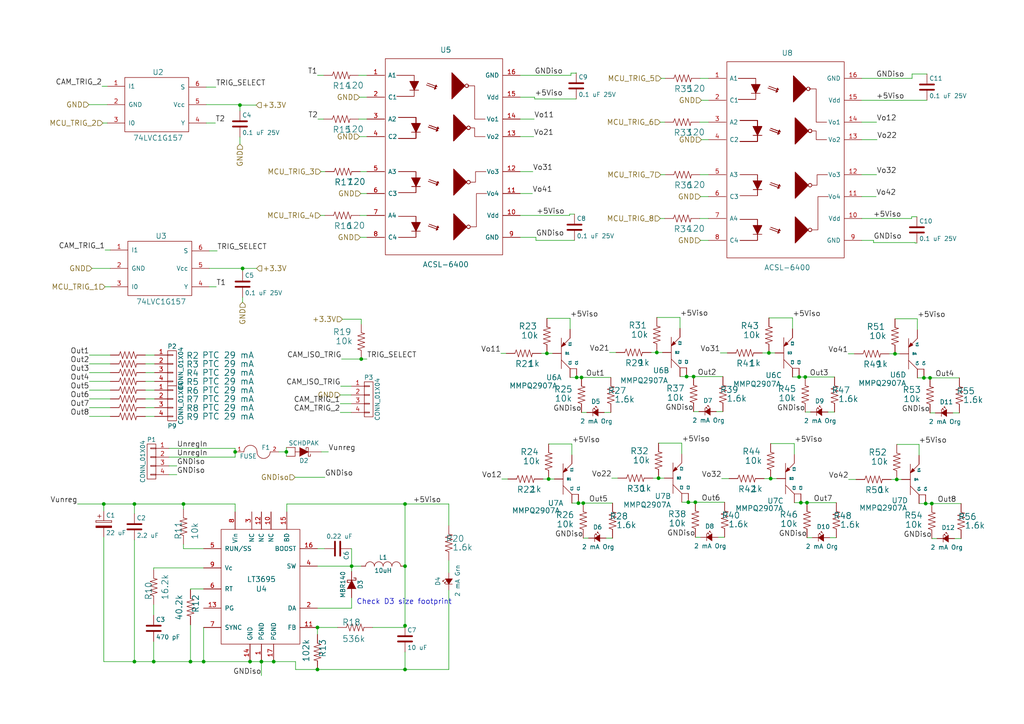
<source format=kicad_sch>
(kicad_sch (version 20230121) (generator eeschema)
  (paper "A4")
  (junction (at 234.061 145.796))
  (junction (at 92.075 181.991))
  (junction (at 68.199 131.064))
  (junction (at 158.623 102.489))
  (junction (at 79.375 191.897))
  (junction (at 117.475 164.211))
  (junction (at 30.099 146.177))
  (junction (at 233.553 109.347))
  (junction (at 44.577 191.897))
  (junction (at 38.989 146.177))
  (junction (at 259.588 102.616))
  (junction (at 117.475 146.177))
  (junction (at 201.168 109.22))
  (junction (at 260.096 139.065))
  (junction (at 70.358 77.851))
  (junction (at 191.008 138.684))
  (junction (at 117.475 181.483))
  (junction (at 55.245 191.897))
  (junction (at 167.767 145.923))
  (junction (at 267.97 109.601))
  (junction (at 269.748 109.601))
  (junction (at 83.058 131.064))
  (junction (at 92.075 194.183))
  (junction (at 104.775 104.14))
  (junction (at 199.136 109.22))
  (junction (at 223.52 138.811))
  (junction (at 72.517 191.897))
  (junction (at 168.656 109.474))
  (junction (at 38.989 191.897))
  (junction (at 167.259 109.474))
  (junction (at 223.012 102.362))
  (junction (at 231.775 109.347))
  (junction (at 199.644 145.669))
  (junction (at 270.256 146.05))
  (junction (at 169.164 145.923))
  (junction (at 75.819 191.897))
  (junction (at 268.478 146.05))
  (junction (at 201.676 145.669))
  (junction (at 159.131 138.938))
  (junction (at 190.5 102.235))
  (junction (at 59.055 191.897))
  (junction (at 101.981 164.211))
  (junction (at 117.475 194.183))
  (junction (at 53.213 146.177))
  (junction (at 232.283 145.796))
  (junction (at 69.596 30.48))
  (wire (pts (xy 62.992 72.771) (xy 60.706 72.771)))
  (wire (pts (xy 249.936 57.023) (xy 254.127 57.023)))
  (wire (pts (xy 117.475 146.177) (xy 117.475 164.211)))
  (wire (pts (xy 69.596 30.353) (xy 69.596 30.48)))
  (wire (pts (xy 59.817 35.687) (xy 62.484 35.687)))
  (wire (pts (xy 167.259 109.474) (xy 168.656 109.474)))
  (wire (pts (xy 42.164 110.617) (xy 44.831 110.617)))
  (wire (pts (xy 165.862 145.923) (xy 167.767 145.923)))
  (wire (pts (xy 93.091 49.784) (xy 94.361 49.784)))
  (wire (pts (xy 104.267 28.194) (xy 106.426 28.194)))
  (wire (pts (xy 232.283 145.796) (xy 234.061 145.796)))
  (wire (pts (xy 59.055 191.897) (xy 72.517 191.897)))
  (wire (pts (xy 202.946 63.373) (xy 205.486 63.373)))
  (wire (pts (xy 117.475 181.483) (xy 117.475 181.991)))
  (wire (pts (xy 25.908 118.237) (xy 32.004 118.237)))
  (wire (pts (xy 190.5 92.075) (xy 197.231 92.075)))
  (wire (pts (xy 233.553 109.347) (xy 242.062 109.347)))
  (wire (pts (xy 94.107 159.131) (xy 92.075 159.131)))
  (wire (pts (xy 165.862 128.778) (xy 165.862 131.953)))
  (wire (pts (xy 95.25 131.064) (xy 93.218 131.064)))
  (wire (pts (xy 278.765 156.21) (xy 276.86 156.21)))
  (wire (pts (xy 258.445 139.065) (xy 260.096 139.065)))
  (wire (pts (xy 242.062 119.507) (xy 240.157 119.507)))
  (wire (pts (xy 55.245 191.897) (xy 59.055 191.897)))
  (wire (pts (xy 60.706 77.851) (xy 70.358 77.851)))
  (wire (pts (xy 254.254 50.673) (xy 249.936 50.673)))
  (wire (pts (xy 197.739 145.669) (xy 199.644 145.669)))
  (wire (pts (xy 22.479 146.177) (xy 30.099 146.177)))
  (wire (pts (xy 72.517 191.897) (xy 75.819 191.897)))
  (wire (pts (xy 150.876 28.194) (xy 155.067 28.194)))
  (wire (pts (xy 98.806 112.014) (xy 101.854 112.014)))
  (wire (pts (xy 92.075 164.211) (xy 101.981 164.211)))
  (wire (pts (xy 101.981 159.131) (xy 101.727 159.131)))
  (wire (pts (xy 32.004 72.517) (xy 30.48 72.517)))
  (wire (pts (xy 221.107 102.362) (xy 223.012 102.362)))
  (wire (pts (xy 253.365 70.358) (xy 265.43 70.358)))
  (wire (pts (xy 210.185 155.829) (xy 208.28 155.829)))
  (wire (pts (xy 117.475 181.991) (xy 108.077 181.991)))
  (wire (pts (xy 42.164 113.157) (xy 44.831 113.157)))
  (wire (pts (xy 44.577 191.897) (xy 55.245 191.897)))
  (wire (pts (xy 177.419 138.684) (xy 179.197 138.684)))
  (wire (pts (xy 55.245 181.229) (xy 55.245 191.897)))
  (wire (pts (xy 199.136 109.22) (xy 201.168 109.22)))
  (wire (pts (xy 201.168 119.38) (xy 202.692 119.38)))
  (wire (pts (xy 117.475 194.183) (xy 117.475 189.103)))
  (wire (pts (xy 223.52 128.651) (xy 230.378 128.651)))
  (wire (pts (xy 278.257 119.761) (xy 276.352 119.761)))
  (wire (pts (xy 155.067 28.702) (xy 167.132 28.702)))
  (wire (pts (xy 70.358 77.851) (xy 70.358 78.613)))
  (wire (pts (xy 101.981 159.131) (xy 101.981 164.211)))
  (wire (pts (xy 155.448 69.723) (xy 166.624 69.723)))
  (wire (pts (xy 265.43 70.358) (xy 265.43 70.485)))
  (wire (pts (xy 42.164 102.997) (xy 44.831 102.997)))
  (wire (pts (xy 53.213 147.701) (xy 53.213 146.177)))
  (wire (pts (xy 42.164 120.777) (xy 44.831 120.777)))
  (wire (pts (xy 157.48 138.938) (xy 159.131 138.938)))
  (wire (pts (xy 55.245 170.815) (xy 55.245 171.069)))
  (wire (pts (xy 104.775 104.14) (xy 106.426 104.14)))
  (wire (pts (xy 191.643 50.673) (xy 192.913 50.673)))
  (wire (pts (xy 117.475 194.183) (xy 130.175 194.183)))
  (wire (pts (xy 104.521 49.784) (xy 106.426 49.784)))
  (wire (pts (xy 104.521 68.834) (xy 106.426 68.834)))
  (wire (pts (xy 25.908 120.777) (xy 32.004 120.777)))
  (wire (pts (xy 29.845 35.687) (xy 31.115 35.687)))
  (wire (pts (xy 101.854 114.554) (xy 98.679 114.554)))
  (wire (pts (xy 59.817 30.353) (xy 69.596 30.353)))
  (wire (pts (xy 150.876 56.134) (xy 154.432 56.134)))
  (wire (pts (xy 159.131 128.778) (xy 165.862 128.778)))
  (wire (pts (xy 150.876 21.844) (xy 165.608 21.844)))
  (wire (pts (xy 203.454 40.513) (xy 205.486 40.513)))
  (wire (pts (xy 167.767 145.923) (xy 169.164 145.923)))
  (wire (pts (xy 264.414 63.373) (xy 264.414 62.865)))
  (wire (pts (xy 83.058 131.064) (xy 83.058 132.334)))
  (wire (pts (xy 223.012 102.362) (xy 224.79 102.362)))
  (wire (pts (xy 165.227 62.484) (xy 165.227 62.103)))
  (wire (pts (xy 85.725 194.183) (xy 92.075 194.183)))
  (wire (pts (xy 25.781 30.353) (xy 31.115 30.353)))
  (wire (pts (xy 104.775 92.583) (xy 104.775 93.98)))
  (wire (pts (xy 189.357 138.684) (xy 191.008 138.684)))
  (wire (pts (xy 68.199 130.048) (xy 68.199 131.064)))
  (wire (pts (xy 26.67 77.851) (xy 32.004 77.851)))
  (wire (pts (xy 191.516 63.373) (xy 192.786 63.373)))
  (wire (pts (xy 253.365 69.723) (xy 249.936 69.723)))
  (wire (pts (xy 69.596 30.48) (xy 69.596 32.131)))
  (wire (pts (xy 93.853 21.844) (xy 92.075 21.844)))
  (wire (pts (xy 165.608 21.844) (xy 165.608 21.209)))
  (wire (pts (xy 99.06 104.14) (xy 104.775 104.14)))
  (wire (pts (xy 158.623 102.489) (xy 160.274 102.489)))
  (wire (pts (xy 83.185 148.463) (xy 83.185 146.177)))
  (wire (pts (xy 259.588 102.616) (xy 260.985 102.616)))
  (wire (pts (xy 42.164 115.697) (xy 44.831 115.697)))
  (wire (pts (xy 265.43 70.485) (xy 265.938 70.485)))
  (wire (pts (xy 159.131 138.938) (xy 160.782 138.938)))
  (wire (pts (xy 70.358 77.851) (xy 74.422 77.851)))
  (wire (pts (xy 197.739 128.524) (xy 197.739 131.699)))
  (wire (pts (xy 156.972 102.489) (xy 158.623 102.489)))
  (wire (pts (xy 25.908 105.537) (xy 32.004 105.537)))
  (wire (pts (xy 245.999 102.616) (xy 247.777 102.616)))
  (wire (pts (xy 223.012 92.202) (xy 229.87 92.202)))
  (wire (pts (xy 44.577 164.719) (xy 44.577 165.227)))
  (wire (pts (xy 155.448 68.834) (xy 155.448 69.723)))
  (wire (pts (xy 249.936 35.433) (xy 254.254 35.433)))
  (wire (pts (xy 75.819 191.897) (xy 79.375 191.897)))
  (wire (pts (xy 83.058 131.064) (xy 80.899 131.064)))
  (wire (pts (xy 49.022 132.588) (xy 68.199 132.588)))
  (wire (pts (xy 101.981 176.403) (xy 101.981 173.355)))
  (wire (pts (xy 150.876 62.484) (xy 165.227 62.484)))
  (wire (pts (xy 150.876 49.784) (xy 154.559 49.784)))
  (wire (pts (xy 266.065 109.601) (xy 267.97 109.601)))
  (wire (pts (xy 269.748 109.601) (xy 278.257 109.601)))
  (wire (pts (xy 249.936 63.373) (xy 264.414 63.373)))
  (wire (pts (xy 92.075 176.403) (xy 101.981 176.403)))
  (wire (pts (xy 53.213 157.861) (xy 53.213 159.131)))
  (wire (pts (xy 59.055 170.815) (xy 55.245 170.815)))
  (wire (pts (xy 199.644 145.669) (xy 201.676 145.669)))
  (wire (pts (xy 30.099 148.209) (xy 30.099 146.177)))
  (wire (pts (xy 104.013 21.844) (xy 106.426 21.844)))
  (wire (pts (xy 150.876 39.624) (xy 154.813 39.624)))
  (wire (pts (xy 165.227 62.103) (xy 166.624 62.103)))
  (wire (pts (xy 209.296 138.811) (xy 211.455 138.811)))
  (wire (pts (xy 203.2 57.023) (xy 205.486 57.023)))
  (wire (pts (xy 168.656 119.634) (xy 170.18 119.634)))
  (wire (pts (xy 85.725 191.897) (xy 85.725 194.183)))
  (wire (pts (xy 83.185 146.177) (xy 117.475 146.177)))
  (wire (pts (xy 165.354 109.474) (xy 167.259 109.474)))
  (wire (pts (xy 85.598 138.43) (xy 94.234 138.43)))
  (wire (pts (xy 208.915 102.362) (xy 210.947 102.362)))
  (wire (pts (xy 266.065 92.456) (xy 266.065 95.631)))
  (wire (pts (xy 68.199 146.177) (xy 68.199 148.463)))
  (wire (pts (xy 74.295 30.48) (xy 69.596 30.48)))
  (wire (pts (xy 203.454 29.083) (xy 205.486 29.083)))
  (wire (pts (xy 44.577 175.387) (xy 44.577 178.435)))
  (wire (pts (xy 30.099 155.829) (xy 30.099 191.897)))
  (wire (pts (xy 177.165 119.634) (xy 175.26 119.634)))
  (wire (pts (xy 221.615 138.811) (xy 223.52 138.811)))
  (wire (pts (xy 229.87 109.347) (xy 231.775 109.347)))
  (wire (pts (xy 42.164 118.237) (xy 44.831 118.237)))
  (wire (pts (xy 30.48 83.185) (xy 32.004 83.185)))
  (wire (pts (xy 234.061 155.956) (xy 235.585 155.956)))
  (wire (pts (xy 260.096 128.905) (xy 266.573 128.905)))
  (wire (pts (xy 270.256 156.21) (xy 271.78 156.21)))
  (wire (pts (xy 145.288 102.489) (xy 146.812 102.489)))
  (wire (pts (xy 75.819 191.897) (xy 75.819 195.961)))
  (wire (pts (xy 104.013 34.544) (xy 106.426 34.544)))
  (wire (pts (xy 25.908 115.697) (xy 32.004 115.697)))
  (wire (pts (xy 97.917 181.991) (xy 92.075 181.991)))
  (wire (pts (xy 25.908 108.077) (xy 32.004 108.077)))
  (wire (pts (xy 101.981 164.211) (xy 104.775 164.211)))
  (wire (pts (xy 203.073 50.673) (xy 205.486 50.673)))
  (wire (pts (xy 169.164 156.083) (xy 170.688 156.083)))
  (wire (pts (xy 51.308 137.668) (xy 49.022 137.668)))
  (wire (pts (xy 249.936 22.733) (xy 264.541 22.733)))
  (wire (pts (xy 234.061 145.796) (xy 242.57 145.796)))
  (wire (pts (xy 249.936 40.513) (xy 254.381 40.513)))
  (wire (pts (xy 257.937 102.616) (xy 259.588 102.616)))
  (wire (pts (xy 168.656 109.474) (xy 177.165 109.474)))
  (wire (pts (xy 60.706 83.185) (xy 62.738 83.185)))
  (wire (pts (xy 197.231 92.075) (xy 197.231 95.25)))
  (wire (pts (xy 202.946 35.433) (xy 205.486 35.433)))
  (wire (pts (xy 98.679 119.634) (xy 101.854 119.634)))
  (wire (pts (xy 230.378 128.651) (xy 230.378 131.826)))
  (wire (pts (xy 104.648 56.134) (xy 106.426 56.134)))
  (wire (pts (xy 233.553 119.507) (xy 235.077 119.507)))
  (wire (pts (xy 197.231 109.22) (xy 199.136 109.22)))
  (wire (pts (xy 29.591 25.019) (xy 31.115 25.019)))
  (wire (pts (xy 201.676 155.829) (xy 203.2 155.829)))
  (wire (pts (xy 68.199 131.064) (xy 68.199 132.588)))
  (wire (pts (xy 209.677 119.38) (xy 207.772 119.38)))
  (wire (pts (xy 155.067 28.194) (xy 155.067 28.702)))
  (wire (pts (xy 92.964 62.484) (xy 94.234 62.484)))
  (wire (pts (xy 191.516 35.433) (xy 192.786 35.433)))
  (wire (pts (xy 25.908 110.617) (xy 32.004 110.617)))
  (wire (pts (xy 231.775 109.347) (xy 233.553 109.347)))
  (wire (pts (xy 223.52 138.811) (xy 225.298 138.811)))
  (wire (pts (xy 25.908 113.157) (xy 32.004 113.157)))
  (wire (pts (xy 177.673 156.083) (xy 175.768 156.083)))
  (wire (pts (xy 190.5 102.235) (xy 192.151 102.235)))
  (wire (pts (xy 92.075 181.991) (xy 92.075 184.023)))
  (wire (pts (xy 270.256 146.05) (xy 278.765 146.05)))
  (wire (pts (xy 201.168 109.22) (xy 209.677 109.22)))
  (wire (pts (xy 117.475 164.211) (xy 117.475 181.483)))
  (wire (pts (xy 267.97 109.601) (xy 269.748 109.601)))
  (wire (pts (xy 101.981 164.211) (xy 101.981 165.735)))
  (wire (pts (xy 230.378 145.796) (xy 232.283 145.796)))
  (wire (pts (xy 92.075 194.183) (xy 117.475 194.183)))
  (wire (pts (xy 266.573 146.05) (xy 268.478 146.05)))
  (wire (pts (xy 150.876 34.544) (xy 154.94 34.544)))
  (wire (pts (xy 38.989 156.591) (xy 38.989 191.897)))
  (wire (pts (xy 191.77 22.733) (xy 192.913 22.733)))
  (wire (pts (xy 188.849 102.235) (xy 190.5 102.235)))
  (wire (pts (xy 38.989 146.177) (xy 53.213 146.177)))
  (wire (pts (xy 79.375 191.897) (xy 85.725 191.897)))
  (wire (pts (xy 145.542 138.938) (xy 147.32 138.938)))
  (wire (pts (xy 83.058 129.794) (xy 83.058 131.064)))
  (wire (pts (xy 92.202 34.544) (xy 93.853 34.544)))
  (wire (pts (xy 25.908 102.997) (xy 32.004 102.997)))
  (wire (pts (xy 229.87 92.202) (xy 229.87 95.377)))
  (wire (pts (xy 169.164 145.923) (xy 177.673 145.923)))
  (wire (pts (xy 53.213 159.131) (xy 59.055 159.131)))
  (wire (pts (xy 249.936 29.083) (xy 268.859 29.083)))
  (wire (pts (xy 158.623 92.329) (xy 165.354 92.329)))
  (wire (pts (xy 260.096 139.065) (xy 261.493 139.065)))
  (wire (pts (xy 269.748 119.761) (xy 271.272 119.761)))
  (wire (pts (xy 253.365 69.723) (xy 253.365 70.358)))
  (wire (pts (xy 104.394 62.484) (xy 106.426 62.484)))
  (wire (pts (xy 176.784 102.235) (xy 178.689 102.235)))
  (wire (pts (xy 98.679 117.094) (xy 101.854 117.094)))
  (wire (pts (xy 70.358 87.63) (xy 70.358 86.233)))
  (wire (pts (xy 268.478 146.05) (xy 270.256 146.05)))
  (wire (pts (xy 99.314 92.583) (xy 104.775 92.583)))
  (wire (pts (xy 53.213 146.177) (xy 68.199 146.177)))
  (wire (pts (xy 165.608 21.209) (xy 167.132 21.209)))
  (wire (pts (xy 130.175 146.177) (xy 130.175 152.4)))
  (wire (pts (xy 38.989 191.897) (xy 44.577 191.897)))
  (wire (pts (xy 264.541 21.463) (xy 268.859 21.463)))
  (wire (pts (xy 38.989 146.177) (xy 38.989 148.971)))
  (wire (pts (xy 191.008 138.684) (xy 192.659 138.684)))
  (wire (pts (xy 203.2 69.723) (xy 205.486 69.723)))
  (wire (pts (xy 117.475 146.177) (xy 130.175 146.177)))
  (wire (pts (xy 203.073 22.733) (xy 205.486 22.733)))
  (wire (pts (xy 42.164 108.077) (xy 44.831 108.077)))
  (wire (pts (xy 30.099 146.177) (xy 38.989 146.177)))
  (wire (pts (xy 266.573 128.905) (xy 266.573 132.08)))
  (wire (pts (xy 42.164 105.537) (xy 44.831 105.537)))
  (wire (pts (xy 191.008 128.524) (xy 197.739 128.524)))
  (wire (pts (xy 264.541 22.733) (xy 264.541 21.463)))
  (wire (pts (xy 165.354 92.329) (xy 165.354 95.504)))
  (wire (pts (xy 44.577 186.055) (xy 44.577 191.897)))
  (wire (pts (xy 167.132 21.209) (xy 167.132 21.082)))
  (wire (pts (xy 155.448 68.834) (xy 150.876 68.834)))
  (wire (pts (xy 130.175 162.56) (xy 130.175 166.116)))
  (wire (pts (xy 59.055 181.991) (xy 59.055 191.897)))
  (wire (pts (xy 201.676 145.669) (xy 210.185 145.669)))
  (wire (pts (xy 246.126 139.065) (xy 248.285 139.065)))
  (wire (pts (xy 130.175 194.183) (xy 130.175 171.196)))
  (wire (pts (xy 49.022 130.048) (xy 68.199 130.048)))
  (wire (pts (xy 30.099 191.897) (xy 38.989 191.897)))
  (wire (pts (xy 104.267 39.624) (xy 106.426 39.624)))
  (wire (pts (xy 59.055 164.719) (xy 44.577 164.719)))
  (wire (pts (xy 51.308 135.128) (xy 49.022 135.128)))
  (wire (pts (xy 259.588 92.456) (xy 266.065 92.456)))
  (wire (pts (xy 264.414 62.865) (xy 265.938 62.865)))
  (wire (pts (xy 69.596 41.783) (xy 69.596 39.751)))
  (wire (pts (xy 62.611 25.273) (xy 59.817 25.273)))
  (wire (pts (xy 242.57 155.956) (xy 240.665 155.956)))
  (text "Check D3 size footprint" (at 103.378 175.514 0) (effects (font (size 1.524 1.524)) (justify left bottom)))
  (label "GNDiso" (at 155.067 21.844 0) (effects (font (size 1.524 1.524))))
  (label "CAM_TRIG_1" (at 98.679 117.094 180) (effects (font (size 1.524 1.524))))
  (label "+5Viso" (at 155.067 28.194 0) (effects (font (size 1.524 1.524))))
  (label "GNDiso" (at 168.656 119.634 180) (effects (font (size 1.524 1.524))))
  (label "Vo11" (at 154.94 34.544 0) (effects (font (size 1.524 1.524))))
  (label "Out5" (at 170.815 145.923 0) (effects (font (size 1.524 1.524))))
  (label "GNDiso" (at 169.164 156.083 180) (effects (font (size 1.524 1.524))))
  (label "GNDiso" (at 234.061 155.956 180) (effects (font (size 1.524 1.524))))
  (label "GNDiso" (at 201.676 155.829 180) (effects (font (size 1.524 1.524))))
  (label "+5Viso" (at 197.739 128.524 0) (effects (font (size 1.524 1.524))))
  (label "Vo31" (at 154.559 49.784 0) (effects (font (size 1.524 1.524))))
  (label "Vunreg" (at 22.479 146.177 180) (effects (font (size 1.524 1.524))))
  (label "+5Viso" (at 197.231 92.075 0) (effects (font (size 1.524 1.524))))
  (label "+5Viso" (at 165.354 92.329 0) (effects (font (size 1.524 1.524))))
  (label "T2" (at 62.484 35.687 0) (effects (font (size 1.524 1.524))))
  (label "+5Viso" (at 266.065 92.456 0) (effects (font (size 1.524 1.524))))
  (label "Vo42" (at 246.126 139.065 180) (effects (font (size 1.524 1.524))))
  (label "Vo22" (at 177.419 138.684 180) (effects (font (size 1.524 1.524))))
  (label "Out3" (at 25.908 108.077 180) (effects (font (size 1.524 1.524))))
  (label "CAM_TRIG_2" (at 98.679 119.634 180) (effects (font (size 1.524 1.524))))
  (label "+5Viso" (at 229.87 92.202 0) (effects (font (size 1.524 1.524))))
  (label "Out1" (at 25.908 102.997 180) (effects (font (size 1.524 1.524))))
  (label "CAM_TRIG_1" (at 30.48 72.517 180) (effects (font (size 1.524 1.524))))
  (label "GNDiso" (at 233.553 119.507 180) (effects (font (size 1.524 1.524))))
  (label "GNDiso" (at 254.127 22.733 0) (effects (font (size 1.524 1.524))))
  (label "Out1" (at 169.926 109.474 0) (effects (font (size 1.524 1.524))))
  (label "Vo11" (at 145.288 102.489 180) (effects (font (size 1.524 1.524))))
  (label "Vo21" (at 154.813 39.624 0) (effects (font (size 1.524 1.524))))
  (label "GNDiso" (at 94.234 138.43 0) (effects (font (size 1.524 1.524))))
  (label "+5Viso" (at 165.862 128.778 0) (effects (font (size 1.524 1.524))))
  (label "+5Viso" (at 266.446 128.905 0) (effects (font (size 1.524 1.524))))
  (label "Out2" (at 202.311 109.22 0) (effects (font (size 1.524 1.524))))
  (label "GNDiso" (at 253.365 69.723 0) (effects (font (size 1.524 1.524))))
  (label "UnregIn" (at 51.308 132.588 0) (effects (font (size 1.524 1.524))))
  (label "+5Viso" (at 253.238 63.373 0) (effects (font (size 1.524 1.524))))
  (label "Vo42" (at 254.127 57.023 0) (effects (font (size 1.524 1.524))))
  (label "Out3" (at 234.823 109.347 0) (effects (font (size 1.524 1.524))))
  (label "GNDiso" (at 155.448 68.834 0) (effects (font (size 1.524 1.524))))
  (label "Vo12" (at 254.254 35.433 0) (effects (font (size 1.524 1.524))))
  (label "Vo32" (at 254.254 50.673 0) (effects (font (size 1.524 1.524))))
  (label "Out8" (at 271.907 146.05 0) (effects (font (size 1.524 1.524))))
  (label "Out2" (at 25.908 105.537 180) (effects (font (size 1.524 1.524))))
  (label "Vunreg" (at 95.25 131.064 0) (effects (font (size 1.524 1.524))))
  (label "Vo12" (at 145.542 138.938 180) (effects (font (size 1.524 1.524))))
  (label "+5Viso" (at 155.575 62.484 0) (effects (font (size 1.524 1.524))))
  (label "Vo22" (at 254.381 40.513 0) (effects (font (size 1.524 1.524))))
  (label "+5Viso" (at 230.378 128.651 0) (effects (font (size 1.524 1.524))))
  (label "CAM_ISO_TRIG" (at 99.06 104.14 180) (effects (font (size 1.524 1.524))))
  (label "GNDiso" (at 269.748 119.761 180) (effects (font (size 1.524 1.524))))
  (label "Out6" (at 25.908 115.697 180) (effects (font (size 1.524 1.524))))
  (label "Out4" (at 25.908 110.617 180) (effects (font (size 1.524 1.524))))
  (label "Out4" (at 271.272 109.601 0) (effects (font (size 1.524 1.524))))
  (label "Vo31" (at 208.915 102.362 180) (effects (font (size 1.524 1.524))))
  (label "GNDiso" (at 75.819 195.961 180) (effects (font (size 1.524 1.524))))
  (label "TRIG_SELECT" (at 106.426 104.14 0) (effects (font (size 1.524 1.524))))
  (label "TRIG_SELECT" (at 62.611 25.273 0) (effects (font (size 1.524 1.524))))
  (label "T1" (at 62.738 83.185 0) (effects (font (size 1.524 1.524))))
  (label "Vo32" (at 209.296 138.811 180) (effects (font (size 1.524 1.524))))
  (label "Vo41" (at 154.432 56.134 0) (effects (font (size 1.524 1.524))))
  (label "GNDiso" (at 51.308 135.128 0) (effects (font (size 1.524 1.524))))
  (label "+5Viso" (at 119.761 146.177 0) (effects (font (size 1.524 1.524))))
  (label "CAM_ISO_TRIG" (at 98.806 112.014 180) (effects (font (size 1.524 1.524))))
  (label "CAM_TRIG_2" (at 29.591 25.019 180) (effects (font (size 1.524 1.524))))
  (label "GNDiso" (at 51.308 137.668 0) (effects (font (size 1.524 1.524))))
  (label "GNDiso" (at 201.168 119.38 180) (effects (font (size 1.524 1.524))))
  (label "TRIG_SELECT" (at 62.992 72.771 0) (effects (font (size 1.524 1.524))))
  (label "UnregIn" (at 51.308 130.048 0) (effects (font (size 1.524 1.524))))
  (label "Out6" (at 203.454 145.669 0) (effects (font (size 1.524 1.524))))
  (label "Vo41" (at 245.999 102.616 180) (effects (font (size 1.524 1.524))))
  (label "+5Viso" (at 254.127 29.083 0) (effects (font (size 1.524 1.524))))
  (label "Vo21" (at 176.784 102.235 180) (effects (font (size 1.524 1.524))))
  (label "Out7" (at 25.908 118.237 180) (effects (font (size 1.524 1.524))))
  (label "Out8" (at 25.908 120.777 180) (effects (font (size 1.524 1.524))))
  (label "T1" (at 92.075 21.844 180) (effects (font (size 1.524 1.524))))
  (label "Out7" (at 235.966 145.796 0) (effects (font (size 1.524 1.524))))
  (label "Out5" (at 25.908 113.157 180) (effects (font (size 1.524 1.524))))
  (label "T2" (at 92.202 34.544 180) (effects (font (size 1.524 1.524))))
  (label "GNDiso" (at 270.256 156.21 180) (effects (font (size 1.524 1.524))))
  (hierarchical_label "GND" (shape input) (at 25.781 30.353 180) (effects (font (size 1.524 1.524))))
  (hierarchical_label "MCU_TRIG_1" (shape input) (at 30.48 83.185 180) (effects (font (size 1.524 1.524))))
  (hierarchical_label "MCU_TRIG_7" (shape input) (at 191.643 50.673 180) (effects (font (size 1.524 1.524))))
  (hierarchical_label "GND" (shape input) (at 70.358 87.63 270) (effects (font (size 1.524 1.524))))
  (hierarchical_label "GND" (shape input) (at 203.2 57.023 180) (effects (font (size 1.524 1.524))))
  (hierarchical_label "GND" (shape input) (at 98.679 114.554 180) (effects (font (size 1.524 1.524))))
  (hierarchical_label "+3.3V" (shape input) (at 74.422 77.851 0) (effects (font (size 1.524 1.524))))
  (hierarchical_label "GND" (shape input) (at 203.454 29.083 180) (effects (font (size 1.524 1.524))))
  (hierarchical_label "MCU_TRIG_3" (shape input) (at 93.091 49.784 180) (effects (font (size 1.524 1.524))))
  (hierarchical_label "MCU_TRIG_4" (shape input) (at 92.964 62.484 180) (effects (font (size 1.524 1.524))))
  (hierarchical_label "+3.3V" (shape input) (at 99.314 92.583 180) (effects (font (size 1.524 1.524))))
  (hierarchical_label "MCU_TRIG_6" (shape input) (at 191.516 35.433 180) (effects (font (size 1.524 1.524))))
  (hierarchical_label "GND" (shape input) (at 104.648 56.134 180) (effects (font (size 1.524 1.524))))
  (hierarchical_label "GND" (shape input) (at 203.2 69.723 180) (effects (font (size 1.524 1.524))))
  (hierarchical_label "+3.3V" (shape input) (at 74.295 30.48 0) (effects (font (size 1.524 1.524))))
  (hierarchical_label "MCU_TRIG_2" (shape input) (at 29.845 35.687 180) (effects (font (size 1.524 1.524))))
  (hierarchical_label "GND" (shape input) (at 104.267 39.624 180) (effects (font (size 1.524 1.524))))
  (hierarchical_label "MCU_TRIG_8" (shape input) (at 191.516 63.373 180) (effects (font (size 1.524 1.524))))
  (hierarchical_label "GND" (shape input) (at 69.596 41.783 270) (effects (font (size 1.524 1.524))))
  (hierarchical_label "GND" (shape input) (at 104.267 28.194 180) (effects (font (size 1.524 1.524))))
  (hierarchical_label "GND" (shape input) (at 26.67 77.851 180) (effects (font (size 1.524 1.524))))
  (hierarchical_label "GND" (shape input) (at 104.521 68.834 180) (effects (font (size 1.524 1.524))))
  (hierarchical_label "GND" (shape input) (at 203.454 40.513 180) (effects (font (size 1.524 1.524))))
  (hierarchical_label "MCU_TRIG_5" (shape input) (at 191.77 22.733 180) (effects (font (size 1.524 1.524))))
  (hierarchical_label "GNDiso" (shape input) (at 85.598 138.43 180) (effects (font (size 1.524 1.524))))
  (symbol (lib_id "SPCInterfaceBoard-v01-rescue:74LVC1G157") (at 46.736 77.851 0) (unit 1)
    (property "Reference" "U3" (at 46.736 68.453 0) (effects (font (size 1.524 1.524))))
    (property "Value" "74LVC1G157" (at 46.736 87.503 0) (effects (font (size 1.524 1.524))))
    (property "Footprint" "kicad-libraries-master:SC-74" (effects hide))
  )
  (symbol (lib_id "SPCInterfaceBoard-v01-rescue:74LVC1G157") (at 45.847 30.353 0) (unit 1)
    (property "Reference" "U2" (at 45.847 20.955 0) (effects (font (size 1.524 1.524))))
    (property "Value" "74LVC1G157" (at 45.847 40.005 0) (effects (font (size 1.524 1.524))))
    (property "Footprint" "kicad-libraries-master:SC-74" (effects hide))
  )
  (symbol (lib_id "SPCInterfaceBoard-v01-rescue:LT3965") (at 75.819 170.815 0) (unit 1)
    (property "Reference" "U4" (at 75.819 170.815 0) (effects (font (size 1.524 1.524))))
    (property "Value" "LT3695" (at 75.819 168.021 0) (effects (font (size 1.524 1.524))))
    (property "Footprint" "Housings_SSOP:MSOP-16-1EP-VIA_3x4mm_Pitch0.5mm" (effects hide))
  )
  (symbol (lib_id "SPCInterfaceBoard-v01-rescue:RESISTOR0805-RES_0805") (at 92.075 189.103 270) (unit 1)
    (property "Reference" "R13" (at 93.5736 185.293 0) (effects (font (size 1.778 1.778)) (justify left)))
    (property "Value" "102k" (at 88.773 185.293 0) (effects (font (size 1.778 1.778)) (justify left)))
    (property "Footprint" "SPCInterfaceBoard-SPCPWSSC:r_0603" (effects hide))
    (property "Datasheet" "http://www.digikey.com/product-detail/en/ERA-3AEB1023V/P102KDBCT-ND/3075724" (effects hide))
  )
  (symbol (lib_id "SPCInterfaceBoard-v01-rescue:RESISTOR0805-RES_0805") (at 55.245 176.149 270) (unit 1)
    (property "Reference" "R12" (at 56.7436 172.339 0) (effects (font (size 1.778 1.778)) (justify left)))
    (property "Value" "40.2k" (at 51.943 172.339 0) (effects (font (size 1.778 1.778)) (justify left)))
    (property "Footprint" "SPCInterfaceBoard-SPCPWSSC:r_0603" (effects hide))
    (property "Datasheet" "http://www.digikey.com/product-detail/en/ERA-3AEB4022V/P40.2KDBCT-ND/3075957" (effects hide))
  )
  (symbol (lib_id "SPCInterfaceBoard-v01-rescue:RESISTOR0805-RES_0805") (at 44.577 170.307 90) (unit 1)
    (property "Reference" "R10" (at 43.0784 174.117 0) (effects (font (size 1.778 1.778)) (justify left)))
    (property "Value" "16.2k" (at 47.879 174.117 0) (effects (font (size 1.778 1.778)) (justify left)))
    (property "Footprint" "SPCInterfaceBoard-SPCPWSSC:r_0603" (effects hide))
    (property "Datasheet" "http://www.digikey.com/product-detail/en/ERA-3AEB1622V/P16.2KDBCT-ND/3075817" (effects hide))
  )
  (symbol (lib_id "SPCInterfaceBoard-v01-rescue:RESISTOR0805-RES_0805") (at 102.997 181.991 0) (unit 1)
    (property "Reference" "R18" (at 99.187 180.4924 0) (effects (font (size 1.778 1.778)) (justify left)))
    (property "Value" "536k" (at 99.187 185.293 0) (effects (font (size 1.778 1.778)) (justify left)))
    (property "Footprint" "SPCInterfaceBoard-SPCPWSSC:r_0603" (effects hide))
    (property "Datasheet" "http://www.digikey.com/product-detail/en/ERJ-3EKF5363V/P536KHCT-ND/198434" (effects hide))
  )
  (symbol (lib_id "SPCInterfaceBoard-v01-rescue:RESISTOR0805-RES_0805") (at 53.213 152.781 90) (unit 1)
    (property "Reference" "R11" (at 51.7144 156.591 0) (effects (font (size 1.778 1.778)) (justify left)))
    (property "Value" "10k" (at 56.515 156.591 0) (effects (font (size 1.778 1.778)) (justify left)))
    (property "Footprint" "SPCInterfaceBoard-SPCPWSSC:r_0603" (effects hide))
    (property "Datasheet" "http://www.digikey.com/product-detail/en/ERA-3AEB103V/P10KDBCT-ND/1466076" (effects hide))
  )
  (symbol (lib_id "SPCInterfaceBoard-v01-rescue:D_Schottky") (at 101.981 169.545 270) (unit 1)
    (property "Reference" "D3" (at 104.521 169.545 0))
    (property "Value" "MBR140" (at 99.441 169.545 0))
    (property "Footprint" "kicad-libraries-master:SOD-123FL" (effects hide))
    (property "Datasheet" "http://www.digikey.com/product-detail/en/MBRS140T3G/MBRS140T3GOSCT-ND/918002" (effects hide))
  )
  (symbol (lib_id "SPCInterfaceBoard-v01-rescue:INDUCTOR_SMALL") (at 111.125 164.211 0) (unit 1)
    (property "Reference" "L1" (at 111.125 161.671 0))
    (property "Value" "10uH" (at 111.125 165.481 0))
    (property "Footprint" "w_smd_cap:c_2220" (effects hide))
    (property "Datasheet" "http://www.digikey.com/product-detail/en/LQH55DN100M03L/490-9758-1-ND/4934955" (effects hide))
  )
  (symbol (lib_id "SPCInterfaceBoard-v01-rescue:C") (at 38.989 152.781 0) (unit 1)
    (property "Reference" "C2" (at 39.624 150.241 0) (effects (justify left)))
    (property "Value" "2.2 uF" (at 39.624 155.321 0) (effects (justify left)))
    (property "Footprint" "SPCInterfaceBoard-SPCPWSSC:c_0805" (effects hide))
    (property "Datasheet" "http://www.digikey.com/product-detail/en/C2012X7R1H225K125AC/445-5968-1-ND/2444009" (effects hide))
  )
  (symbol (lib_id "SPCInterfaceBoard-v01-rescue:C") (at 117.475 185.293 0) (unit 1)
    (property "Reference" "C7" (at 118.11 182.753 0) (effects (justify left)))
    (property "Value" "10 uF" (at 118.11 187.833 0) (effects (justify left)))
    (property "Footprint" "w_smd_cap:c_1210" (effects hide))
    (property "Datasheet" "http://www.digikey.com/product-detail/en/GRM32ER71H106KA12L/490-6544-1-ND/3845741" (effects hide))
  )
  (symbol (lib_id "SPCInterfaceBoard-v01-rescue:CP") (at 30.099 152.019 0) (unit 1)
    (property "Reference" "C1" (at 30.734 149.479 0) (effects (justify left)))
    (property "Value" "22 uF" (at 30.734 154.559 0) (effects (justify left)))
    (property "Footprint" "w_smd_cap:c_tant_X" (effects hide))
    (property "Datasheet" "http://www.digikey.com/product-detail/en/T521X226M050ATE075/399-11720-2-ND/5131702" (effects hide))
  )
  (symbol (lib_id "SPCInterfaceBoard-v01-rescue:C") (at 97.917 159.131 270) (unit 1)
    (property "Reference" "C6" (at 100.457 159.766 0) (effects (justify left)))
    (property "Value" "0.22 uF" (at 94.615 155.575 90) (effects (justify left)))
    (property "Footprint" "SPCInterfaceBoard-SPCPWSSC:c_0603" (effects hide))
    (property "Datasheet" "http://www.digikey.com/product-detail/en/C1608X7R1H224K080AB/445-7408-1-ND/2733480" (effects hide))
  )
  (symbol (lib_id "SPCInterfaceBoard-v01-rescue:C") (at 44.577 182.245 0) (unit 1)
    (property "Reference" "C3" (at 45.212 179.705 0) (effects (justify left)))
    (property "Value" "470 pF" (at 45.212 184.785 0) (effects (justify left)))
    (property "Footprint" "SPCInterfaceBoard-SPCPWSSC:c_0603" (effects hide))
    (property "Datasheet" "http://www.digikey.com/product-detail/en/GRM188R71H471KA01D/490-1489-1-ND/587829" (effects hide))
  )
  (symbol (lib_id "SPCInterfaceBoard-v01-rescue:ACSL-6400") (at 228.346 45.593 0) (unit 1)
    (property "Reference" "U8" (at 228.346 15.367 0) (effects (font (size 1.524 1.524))))
    (property "Value" "ACSL-6400" (at 228.346 77.597 0) (effects (font (size 1.524 1.524))))
    (property "Footprint" "Housings_SOIC:SOIC-16_3.9x9.9mm_Pitch1.27mm" (effects hide))
  )
  (symbol (lib_id "SPCInterfaceBoard-v01-rescue:ACSL-6400") (at 129.286 44.704 0) (unit 1)
    (property "Reference" "U5" (at 129.286 14.478 0) (effects (font (size 1.524 1.524))))
    (property "Value" "ACSL-6400" (at 129.286 76.708 0) (effects (font (size 1.524 1.524))))
    (property "Footprint" "Housings_SOIC:SOIC-16_3.9x9.9mm_Pitch1.27mm" (effects hide))
  )
  (symbol (lib_id "SPCInterfaceBoard-v01-rescue:MMPQ2907A") (at 165.354 102.489 0) (unit 1)
    (property "Reference" "U6" (at 160.655 109.474 0) (effects (font (size 1.524 1.524))))
    (property "Value" "MMPQ2907A" (at 154.686 111.887 0) (effects (font (size 1.524 1.524))))
    (property "Footprint" "SMD_Packages:SO-16-N" (effects hide))
  )
  (symbol (lib_id "SPCInterfaceBoard-v01-rescue:MMPQ2907A") (at 197.231 102.235 0) (unit 2)
    (property "Reference" "U6" (at 191.77 107.442 0) (effects (font (size 1.524 1.524))))
    (property "Value" "MMPQ2907A" (at 186.817 110.363 0) (effects (font (size 1.524 1.524))))
    (property "Footprint" "SMD_Packages:SO-16-N" (effects hide))
  )
  (symbol (lib_id "SPCInterfaceBoard-v01-rescue:MMPQ2907A") (at 229.87 102.362 0) (unit 3)
    (property "Reference" "U6" (at 224.409 108.839 0) (effects (font (size 1.524 1.524))))
    (property "Value" "MMPQ2907A" (at 219.583 111.379 0) (effects (font (size 1.524 1.524))))
    (property "Footprint" "SMD_Packages:SO-16-N" (effects hide))
  )
  (symbol (lib_id "SPCInterfaceBoard-v01-rescue:MMPQ2907A") (at 266.065 102.616 0) (unit 4)
    (property "Reference" "U6" (at 260.477 108.712 0) (effects (font (size 1.524 1.524))))
    (property "Value" "MMPQ2907A" (at 255.905 111.125 0) (effects (font (size 1.524 1.524))))
    (property "Footprint" "SMD_Packages:SO-16-N" (effects hide))
  )
  (symbol (lib_id "SPCInterfaceBoard-v01-rescue:RESISTOR0805-RES_0805") (at 158.623 97.409 90) (unit 1)
    (property "Reference" "R23" (at 155.829 94.615 90) (effects (font (size 1.778 1.778)) (justify left)))
    (property "Value" "10k" (at 156.21 97.282 90) (effects (font (size 1.778 1.778)) (justify left)))
    (property "Footprint" "SPCInterfaceBoard-SPCPWSSC:r_0603" (effects hide))
    (property "Datasheet" "http://www.digikey.com/product-detail/en/ERA-3AEB103V/P10KDBCT-ND/1466076" (effects hide))
  )
  (symbol (lib_id "SPCInterfaceBoard-v01-rescue:RESISTOR0805-RES_0805") (at 151.892 102.489 0) (unit 1)
    (property "Reference" "R21" (at 149.352 105.537 0) (effects (font (size 1.778 1.778)) (justify left)))
    (property "Value" "1k" (at 153.162 105.41 0) (effects (font (size 1.778 1.778)) (justify left)))
    (property "Footprint" "SPCInterfaceBoard-SPCPWSSC:r_0603" (effects hide))
    (property "Datasheet" "http://www.digikey.com/product-detail/en/ERA-3AEB102V/P1.0KDBCT-ND/1466052" (effects hide))
  )
  (symbol (lib_id "SPCInterfaceBoard-v01-rescue:RESISTOR0805-RES_0805") (at 168.656 114.554 90) (unit 1)
    (property "Reference" "R25" (at 166.116 112.903 90) (effects (font (size 1.778 1.778)) (justify left)))
    (property "Value" "10k" (at 165.989 115.57 90) (effects (font (size 1.778 1.778)) (justify left)))
    (property "Footprint" "SPCInterfaceBoard-SPCPWSSC:r_0603" (effects hide))
    (property "Datasheet" "http://www.digikey.com/product-detail/en/ERA-3AEB103V/P10KDBCT-ND/1466076" (effects hide))
  )
  (symbol (lib_id "SPCInterfaceBoard-v01-rescue:RESISTOR0805-RES_0805") (at 201.168 114.3 90) (unit 1)
    (property "Reference" "R37" (at 198.628 112.649 90) (effects (font (size 1.778 1.778)) (justify left)))
    (property "Value" "10k" (at 198.501 115.316 90) (effects (font (size 1.778 1.778)) (justify left)))
    (property "Footprint" "SPCInterfaceBoard-SPCPWSSC:r_0603" (effects hide))
    (property "Datasheet" "http://www.digikey.com/product-detail/en/ERA-3AEB103V/P10KDBCT-ND/1466076" (effects hide))
  )
  (symbol (lib_id "SPCInterfaceBoard-v01-rescue:RESISTOR0805-RES_0805") (at 233.553 114.427 90) (unit 1)
    (property "Reference" "R45" (at 231.013 112.776 90) (effects (font (size 1.778 1.778)) (justify left)))
    (property "Value" "10k" (at 230.886 115.443 90) (effects (font (size 1.778 1.778)) (justify left)))
    (property "Footprint" "SPCInterfaceBoard-SPCPWSSC:r_0603" (effects hide))
    (property "Datasheet" "http://www.digikey.com/product-detail/en/ERA-3AEB103V/P10KDBCT-ND/1466076" (effects hide))
  )
  (symbol (lib_id "SPCInterfaceBoard-v01-rescue:RESISTOR0805-RES_0805") (at 269.748 114.681 90) (unit 1)
    (property "Reference" "R53" (at 267.208 113.03 90) (effects (font (size 1.778 1.778)) (justify left)))
    (property "Value" "10k" (at 267.081 115.697 90) (effects (font (size 1.778 1.778)) (justify left)))
    (property "Footprint" "SPCInterfaceBoard-SPCPWSSC:r_0603" (effects hide))
    (property "Datasheet" "http://www.digikey.com/product-detail/en/ERA-3AEB103V/P10KDBCT-ND/1466076" (effects hide))
  )
  (symbol (lib_id "SPCInterfaceBoard-v01-rescue:RESISTOR0805-RES_0805") (at 183.769 102.235 0) (unit 1)
    (property "Reference" "R29" (at 181.229 105.283 0) (effects (font (size 1.778 1.778)) (justify left)))
    (property "Value" "1k" (at 185.039 105.156 0) (effects (font (size 1.778 1.778)) (justify left)))
    (property "Footprint" "SPCInterfaceBoard-SPCPWSSC:r_0603" (effects hide))
    (property "Datasheet" "http://www.digikey.com/product-detail/en/ERA-3AEB102V/P1.0KDBCT-ND/1466052" (effects hide))
  )
  (symbol (lib_id "SPCInterfaceBoard-v01-rescue:RESISTOR0805-RES_0805") (at 216.027 102.362 0) (unit 1)
    (property "Reference" "R41" (at 213.487 105.41 0) (effects (font (size 1.778 1.778)) (justify left)))
    (property "Value" "1k" (at 217.297 105.283 0) (effects (font (size 1.778 1.778)) (justify left)))
    (property "Footprint" "SPCInterfaceBoard-SPCPWSSC:r_0603" (effects hide))
    (property "Datasheet" "http://www.digikey.com/product-detail/en/ERA-3AEB102V/P1.0KDBCT-ND/1466052" (effects hide))
  )
  (symbol (lib_id "SPCInterfaceBoard-v01-rescue:RESISTOR0805-RES_0805") (at 252.857 102.616 0) (unit 1)
    (property "Reference" "R49" (at 250.317 105.664 0) (effects (font (size 1.778 1.778)) (justify left)))
    (property "Value" "1k" (at 254.127 105.537 0) (effects (font (size 1.778 1.778)) (justify left)))
    (property "Footprint" "SPCInterfaceBoard-SPCPWSSC:r_0603" (effects hide))
    (property "Datasheet" "http://www.digikey.com/product-detail/en/ERA-3AEB102V/P1.0KDBCT-ND/1466052" (effects hide))
  )
  (symbol (lib_id "SPCInterfaceBoard-v01-rescue:RESISTOR0805-RES_0805") (at 259.588 97.536 90) (unit 1)
    (property "Reference" "R51" (at 256.794 94.742 90) (effects (font (size 1.778 1.778)) (justify left)))
    (property "Value" "10k" (at 257.175 97.409 90) (effects (font (size 1.778 1.778)) (justify left)))
    (property "Footprint" "SPCInterfaceBoard-SPCPWSSC:r_0603" (effects hide))
    (property "Datasheet" "http://www.digikey.com/product-detail/en/ERA-3AEB103V/P10KDBCT-ND/1466076" (effects hide))
  )
  (symbol (lib_id "SPCInterfaceBoard-v01-rescue:RESISTOR0805-RES_0805") (at 223.012 97.282 90) (unit 1)
    (property "Reference" "R43" (at 220.218 94.488 90) (effects (font (size 1.778 1.778)) (justify left)))
    (property "Value" "10k" (at 220.599 97.155 90) (effects (font (size 1.778 1.778)) (justify left)))
    (property "Footprint" "SPCInterfaceBoard-SPCPWSSC:r_0603" (effects hide))
    (property "Datasheet" "http://www.digikey.com/product-detail/en/ERA-3AEB103V/P10KDBCT-ND/1466076" (effects hide))
  )
  (symbol (lib_id "SPCInterfaceBoard-v01-rescue:RESISTOR0805-RES_0805") (at 190.5 97.155 90) (unit 1)
    (property "Reference" "R31" (at 187.706 94.361 90) (effects (font (size 1.778 1.778)) (justify left)))
    (property "Value" "10k" (at 188.087 97.028 90) (effects (font (size 1.778 1.778)) (justify left)))
    (property "Footprint" "SPCInterfaceBoard-SPCPWSSC:r_0603" (effects hide))
    (property "Datasheet" "http://www.digikey.com/product-detail/en/ERA-3AEB103V/P10KDBCT-ND/1466076" (effects hide))
  )
  (symbol (lib_id "SPCInterfaceBoard-v01-rescue:MMPQ2907A") (at 165.862 138.938 0) (unit 1)
    (property "Reference" "U7" (at 161.163 145.923 0) (effects (font (size 1.524 1.524))))
    (property "Value" "MMPQ2907A" (at 155.448 148.082 0) (effects (font (size 1.524 1.524))))
    (property "Footprint" "SMD_Packages:SO-16-N" (effects hide))
  )
  (symbol (lib_id "SPCInterfaceBoard-v01-rescue:MMPQ2907A") (at 197.739 138.684 0) (unit 2)
    (property "Reference" "U7" (at 192.278 143.891 0) (effects (font (size 1.524 1.524))))
    (property "Value" "MMPQ2907A" (at 187.706 146.431 0) (effects (font (size 1.524 1.524))))
    (property "Footprint" "SMD_Packages:SO-16-N" (effects hide))
  )
  (symbol (lib_id "SPCInterfaceBoard-v01-rescue:MMPQ2907A") (at 230.378 138.811 0) (unit 3)
    (property "Reference" "U7" (at 224.917 145.288 0) (effects (font (size 1.524 1.524))))
    (property "Value" "MMPQ2907A" (at 220.218 147.447 0) (effects (font (size 1.524 1.524))))
    (property "Footprint" "SMD_Packages:SO-16-N" (effects hide))
  )
  (symbol (lib_id "SPCInterfaceBoard-v01-rescue:MMPQ2907A") (at 266.573 139.065 0) (unit 4)
    (property "Reference" "U7" (at 260.985 145.161 0) (effects (font (size 1.524 1.524))))
    (property "Value" "MMPQ2907A" (at 256.159 147.32 0) (effects (font (size 1.524 1.524))))
    (property "Footprint" "SMD_Packages:SO-16-N" (effects hide))
  )
  (symbol (lib_id "SPCInterfaceBoard-v01-rescue:RESISTOR0805-RES_0805") (at 159.131 133.858 90) (unit 1)
    (property "Reference" "R24" (at 156.337 131.064 90) (effects (font (size 1.778 1.778)) (justify left)))
    (property "Value" "10k" (at 156.718 133.731 90) (effects (font (size 1.778 1.778)) (justify left)))
    (property "Footprint" "SPCInterfaceBoard-SPCPWSSC:r_0603" (effects hide))
    (property "Datasheet" "http://www.digikey.com/product-detail/en/ERA-3AEB103V/P10KDBCT-ND/1466076" (effects hide))
  )
  (symbol (lib_id "SPCInterfaceBoard-v01-rescue:RESISTOR0805-RES_0805") (at 152.4 138.938 0) (unit 1)
    (property "Reference" "R22" (at 149.86 141.986 0) (effects (font (size 1.778 1.778)) (justify left)))
    (property "Value" "1k" (at 153.67 141.859 0) (effects (font (size 1.778 1.778)) (justify left)))
    (property "Footprint" "SPCInterfaceBoard-SPCPWSSC:r_0603" (effects hide))
    (property "Datasheet" "http://www.digikey.com/product-detail/en/ERA-3AEB102V/P1.0KDBCT-ND/1466052" (effects hide))
  )
  (symbol (lib_id "SPCInterfaceBoard-v01-rescue:RESISTOR0805-RES_0805") (at 169.164 151.003 90) (unit 1)
    (property "Reference" "R26" (at 166.624 149.352 90) (effects (font (size 1.778 1.778)) (justify left)))
    (property "Value" "10k" (at 166.497 152.019 90) (effects (font (size 1.778 1.778)) (justify left)))
    (property "Footprint" "SPCInterfaceBoard-SPCPWSSC:r_0603" (effects hide))
    (property "Datasheet" "http://www.digikey.com/product-detail/en/ERA-3AEB103V/P10KDBCT-ND/1466076" (effects hide))
  )
  (symbol (lib_id "SPCInterfaceBoard-v01-rescue:RESISTOR0805-RES_0805") (at 201.676 150.749 90) (unit 1)
    (property "Reference" "R38" (at 199.136 149.098 90) (effects (font (size 1.778 1.778)) (justify left)))
    (property "Value" "10k" (at 199.009 151.765 90) (effects (font (size 1.778 1.778)) (justify left)))
    (property "Footprint" "SPCInterfaceBoard-SPCPWSSC:r_0603" (effects hide))
    (property "Datasheet" "http://www.digikey.com/product-detail/en/ERA-3AEB103V/P10KDBCT-ND/1466076" (effects hide))
  )
  (symbol (lib_id "SPCInterfaceBoard-v01-rescue:RESISTOR0805-RES_0805") (at 234.061 150.876 90) (unit 1)
    (property "Reference" "R46" (at 231.521 149.225 90) (effects (font (size 1.778 1.778)) (justify left)))
    (property "Value" "10k" (at 231.394 151.892 90) (effects (font (size 1.778 1.778)) (justify left)))
    (property "Footprint" "SPCInterfaceBoard-SPCPWSSC:r_0603" (effects hide))
    (property "Datasheet" "http://www.digikey.com/product-detail/en/ERA-3AEB103V/P10KDBCT-ND/1466076" (effects hide))
  )
  (symbol (lib_id "SPCInterfaceBoard-v01-rescue:RESISTOR0805-RES_0805") (at 270.256 151.13 90) (unit 1)
    (property "Reference" "R54" (at 267.716 149.479 90) (effects (font (size 1.778 1.778)) (justify left)))
    (property "Value" "10k" (at 267.589 152.146 90) (effects (font (size 1.778 1.778)) (justify left)))
    (property "Footprint" "SPCInterfaceBoard-SPCPWSSC:r_0603" (effects hide))
    (property "Datasheet" "http://www.digikey.com/product-detail/en/ERA-3AEB103V/P10KDBCT-ND/1466076" (effects hide))
  )
  (symbol (lib_id "SPCInterfaceBoard-v01-rescue:RESISTOR0805-RES_0805") (at 184.277 138.684 0) (unit 1)
    (property "Reference" "R30" (at 181.737 141.732 0) (effects (font (size 1.778 1.778)) (justify left)))
    (property "Value" "1k" (at 185.547 141.605 0) (effects (font (size 1.778 1.778)) (justify left)))
    (property "Footprint" "SPCInterfaceBoard-SPCPWSSC:r_0603" (effects hide))
    (property "Datasheet" "http://www.digikey.com/product-detail/en/ERA-3AEB102V/P1.0KDBCT-ND/1466052" (effects hide))
  )
  (symbol (lib_id "SPCInterfaceBoard-v01-rescue:RESISTOR0805-RES_0805") (at 216.535 138.811 0) (unit 1)
    (property "Reference" "R42" (at 213.995 141.859 0) (effects (font (size 1.778 1.778)) (justify left)))
    (property "Value" "1k" (at 217.805 141.732 0) (effects (font (size 1.778 1.778)) (justify left)))
    (property "Footprint" "SPCInterfaceBoard-SPCPWSSC:r_0603" (effects hide))
    (property "Datasheet" "http://www.digikey.com/product-detail/en/ERA-3AEB102V/P1.0KDBCT-ND/1466052" (effects hide))
  )
  (symbol (lib_id "SPCInterfaceBoard-v01-rescue:RESISTOR0805-RES_0805") (at 253.365 139.065 0) (unit 1)
    (property "Reference" "R50" (at 250.825 142.113 0) (effects (font (size 1.778 1.778)) (justify left)))
    (property "Value" "1k" (at 254.635 141.986 0) (effects (font (size 1.778 1.778)) (justify left)))
    (property "Footprint" "SPCInterfaceBoard-SPCPWSSC:r_0603" (effects hide))
    (property "Datasheet" "http://www.digikey.com/product-detail/en/ERA-3AEB102V/P1.0KDBCT-ND/1466052" (effects hide))
  )
  (symbol (lib_id "SPCInterfaceBoard-v01-rescue:RESISTOR0805-RES_0805") (at 260.096 133.985 90) (unit 1)
    (property "Reference" "R52" (at 257.302 131.191 90) (effects (font (size 1.778 1.778)) (justify left)))
    (property "Value" "10k" (at 257.683 133.858 90) (effects (font (size 1.778 1.778)) (justify left)))
    (property "Footprint" "SPCInterfaceBoard-SPCPWSSC:r_0603" (effects hide))
    (property "Datasheet" "http://www.digikey.com/product-detail/en/ERA-3AEB103V/P10KDBCT-ND/1466076" (effects hide))
  )
  (symbol (lib_id "SPCInterfaceBoard-v01-rescue:RESISTOR0805-RES_0805") (at 223.52 133.731 90) (unit 1)
    (property "Reference" "R44" (at 220.726 130.937 90) (effects (font (size 1.778 1.778)) (justify left)))
    (property "Value" "10k" (at 221.107 133.604 90) (effects (font (size 1.778 1.778)) (justify left)))
    (property "Footprint" "SPCInterfaceBoard-SPCPWSSC:r_0603" (effects hide))
    (property "Datasheet" "http://www.digikey.com/product-detail/en/ERA-3AEB103V/P10KDBCT-ND/1466076" (effects hide))
  )
  (symbol (lib_id "SPCInterfaceBoard-v01-rescue:RESISTOR0805-RES_0805") (at 191.008 133.604 90) (unit 1)
    (property "Reference" "R32" (at 188.214 130.81 90) (effects (font (size 1.778 1.778)) (justify left)))
    (property "Value" "10k" (at 188.595 133.477 90) (effects (font (size 1.778 1.778)) (justify left)))
    (property "Footprint" "SPCInterfaceBoard-SPCPWSSC:r_0603" (effects hide))
    (property "Datasheet" "http://www.digikey.com/product-detail/en/ERA-3AEB103V/P10KDBCT-ND/1466076" (effects hide))
  )
  (symbol (lib_id "SPCInterfaceBoard-v01-rescue:C") (at 167.132 24.892 0) (unit 1)
    (property "Reference" "C9" (at 167.767 22.352 0) (effects (justify left)))
    (property "Value" "0.1 uF 25V" (at 167.767 27.432 0) (effects (justify left)))
    (property "Footprint" "SPCInterfaceBoard-SPCPWSSC:c_0603" (effects hide))
    (property "Datasheet" "http://www.digikey.com/product-detail/en/GRM188R71E104KA01D/490-1524-1-ND/587865" (effects hide))
  )
  (symbol (lib_id "SPCInterfaceBoard-v01-rescue:C") (at 166.624 65.913 0) (unit 1)
    (property "Reference" "C8" (at 167.259 63.373 0) (effects (justify left)))
    (property "Value" "0.1 uF 25V" (at 167.259 68.453 0) (effects (justify left)))
    (property "Footprint" "SPCInterfaceBoard-SPCPWSSC:c_0603" (effects hide))
    (property "Datasheet" "http://www.digikey.com/product-detail/en/GRM188R71E104KA01D/490-1524-1-ND/587865" (effects hide))
  )
  (symbol (lib_id "SPCInterfaceBoard-v01-rescue:C") (at 265.938 66.675 0) (unit 1)
    (property "Reference" "C10" (at 266.573 64.135 0) (effects (justify left)))
    (property "Value" "0.1 uF 25V" (at 266.573 69.215 0) (effects (justify left)))
    (property "Footprint" "SPCInterfaceBoard-SPCPWSSC:c_0603" (effects hide))
    (property "Datasheet" "http://www.digikey.com/product-detail/en/GRM188R71E104KA01D/490-1524-1-ND/587865" (effects hide))
  )
  (symbol (lib_id "SPCInterfaceBoard-v01-rescue:C") (at 268.859 25.273 0) (unit 1)
    (property "Reference" "C11" (at 269.494 22.733 0) (effects (justify left)))
    (property "Value" "0.1 uF 25V" (at 269.494 27.813 0) (effects (justify left)))
    (property "Footprint" "SPCInterfaceBoard-SPCPWSSC:c_0603" (effects hide))
    (property "Datasheet" "http://www.digikey.com/product-detail/en/GRM188R71E104KA01D/490-1524-1-ND/587865" (effects hide))
  )
  (symbol (lib_id "SPCInterfaceBoard-v01-rescue:CONN_01X04") (at 43.942 133.858 0) (mirror y) (unit 1)
    (property "Reference" "P1" (at 43.942 127.508 0))
    (property "Value" "CONN_01X04" (at 41.402 133.858 90))
    (property "Footprint" "w_conn_mpt:mpt_0,5%2f4-2,54" (effects hide))
  )
  (symbol (lib_id "SPCInterfaceBoard-v01-rescue:RESISTOR0805-RES_0805") (at 37.084 102.997 0) (unit 1)
    (property "Reference" "R2" (at 53.975 103.124 0) (effects (font (size 1.778 1.778)) (justify left)))
    (property "Value" "PTC 29 mA" (at 58.547 102.997 0) (effects (font (size 1.778 1.778)) (justify left)))
    (property "Footprint" "SPCInterfaceBoard-SPCPWSSC:r_0603" (effects hide))
    (property "Datasheet" "http://www.digikey.com/product-detail/en/PRG18BB470MB1RB/490-2472-1-ND/588686" (effects hide))
  )
  (symbol (lib_id "SPCInterfaceBoard-v01-rescue:RESISTOR0805-RES_0805") (at 37.084 105.537 0) (unit 1)
    (property "Reference" "R3" (at 53.975 105.664 0) (effects (font (size 1.778 1.778)) (justify left)))
    (property "Value" "PTC 29 mA" (at 58.547 105.537 0) (effects (font (size 1.778 1.778)) (justify left)))
    (property "Footprint" "SPCInterfaceBoard-SPCPWSSC:r_0603" (effects hide))
    (property "Datasheet" "http://www.digikey.com/product-detail/en/PRG18BB470MB1RB/490-2472-1-ND/588686" (effects hide))
  )
  (symbol (lib_id "SPCInterfaceBoard-v01-rescue:RESISTOR0805-RES_0805") (at 37.084 108.077 0) (unit 1)
    (property "Reference" "R4" (at 53.975 108.204 0) (effects (font (size 1.778 1.778)) (justify left)))
    (property "Value" "PTC 29 mA" (at 58.547 108.077 0) (effects (font (size 1.778 1.778)) (justify left)))
    (property "Footprint" "SPCInterfaceBoard-SPCPWSSC:r_0603" (effects hide))
    (property "Datasheet" "http://www.digikey.com/product-detail/en/PRG18BB470MB1RB/490-2472-1-ND/588686" (effects hide))
  )
  (symbol (lib_id "SPCInterfaceBoard-v01-rescue:RESISTOR0805-RES_0805") (at 37.084 110.617 0) (unit 1)
    (property "Reference" "R5" (at 53.975 110.744 0) (effects (font (size 1.778 1.778)) (justify left)))
    (property "Value" "PTC 29 mA" (at 58.547 110.617 0) (effects (font (size 1.778 1.778)) (justify left)))
    (property "Footprint" "SPCInterfaceBoard-SPCPWSSC:r_0603" (effects hide))
    (property "Datasheet" "http://www.digikey.com/product-detail/en/PRG18BB470MB1RB/490-2472-1-ND/588686" (effects hide))
  )
  (symbol (lib_id "SPCInterfaceBoard-v01-rescue:RESISTOR0805-RES_0805") (at 37.084 113.157 0) (unit 1)
    (property "Reference" "R6" (at 53.975 113.284 0) (effects (font (size 1.778 1.778)) (justify left)))
    (property "Value" "PTC 29 mA" (at 58.547 113.157 0) (effects (font (size 1.778 1.778)) (justify left)))
    (property "Footprint" "SPCInterfaceBoard-SPCPWSSC:r_0603" (effects hide))
    (property "Datasheet" "http://www.digikey.com/product-detail/en/PRG18BB470MB1RB/490-2472-1-ND/588686" (effects hide))
  )
  (symbol (lib_id "SPCInterfaceBoard-v01-rescue:RESISTOR0805-RES_0805") (at 37.084 115.697 0) (unit 1)
    (property "Reference" "R7" (at 53.975 115.824 0) (effects (font (size 1.778 1.778)) (justify left)))
    (property "Value" "PTC 29 mA" (at 58.547 115.697 0) (effects (font (size 1.778 1.778)) (justify left)))
    (property "Footprint" "SPCInterfaceBoard-SPCPWSSC:r_0603" (effects hide))
    (property "Datasheet" "http://www.digikey.com/product-detail/en/PRG18BB470MB1RB/490-2472-1-ND/588686" (effects hide))
  )
  (symbol (lib_id "SPCInterfaceBoard-v01-rescue:RESISTOR0805-RES_0805") (at 37.084 118.237 0) (unit 1)
    (property "Reference" "R8" (at 53.975 118.364 0) (effects (font (size 1.778 1.778)) (justify left)))
    (property "Value" "PTC 29 mA" (at 58.547 118.237 0) (effects (font (size 1.778 1.778)) (justify left)))
    (property "Footprint" "SPCInterfaceBoard-SPCPWSSC:r_0603" (effects hide))
    (property "Datasheet" "http://www.digikey.com/product-detail/en/PRG18BB470MB1RB/490-2472-1-ND/588686" (effects hide))
  )
  (symbol (lib_id "SPCInterfaceBoard-v01-rescue:RESISTOR0805-RES_0805") (at 37.084 120.777 0) (unit 1)
    (property "Reference" "R9" (at 53.975 120.904 0) (effects (font (size 1.778 1.778)) (justify left)))
    (property "Value" "PTC 29 mA" (at 58.547 120.777 0) (effects (font (size 1.778 1.778)) (justify left)))
    (property "Footprint" "SPCInterfaceBoard-SPCPWSSC:r_0603" (effects hide))
    (property "Datasheet" "http://www.digikey.com/product-detail/en/PRG18BB470MB1RB/490-2472-1-ND/588686" (effects hide))
  )
  (symbol (lib_id "SPCInterfaceBoard-v01-rescue:FUSE") (at 74.549 131.064 0) (unit 1)
    (property "Reference" "F1" (at 77.089 129.794 0))
    (property "Value" "FUSE" (at 72.009 132.334 0))
    (property "Footprint" "SMD_Packages:Fuse_SMD" (effects hide))
    (property "Datasheet" "http://www.digikey.com/product-detail/en/01550900M/F1889-ND/2519878" (effects hide))
  )
  (symbol (lib_id "SPCInterfaceBoard-v01-rescue:SCHDPAK") (at 88.138 131.064 180) (unit 1)
    (property "Reference" "D2" (at 88.138 133.604 0))
    (property "Value" "SCHDPAK" (at 88.138 128.524 0))
    (property "Footprint" "w_smd_trans:d-pak" (effects hide))
    (property "Datasheet" "http://www.digikey.com/product-detail/en/MBRD5H100T4G/MBRD5H100T4GOSCT-ND/3462292" (effects hide))
  )
  (symbol (lib_id "SPCInterfaceBoard-v01-rescue:CONN_01X04") (at 49.911 106.807 0) (unit 1)
    (property "Reference" "P2" (at 49.911 100.457 0))
    (property "Value" "CONN_01X04" (at 52.451 106.807 90))
    (property "Footprint" "w_conn_mpt:mpt_0,5%2f4-2,54" (effects hide))
  )
  (symbol (lib_id "SPCInterfaceBoard-v01-rescue:RESISTOR0805-RES_0805") (at 177.165 114.554 90) (unit 1)
    (property "Reference" "R27" (at 181.737 113.284 90) (effects (font (size 1.778 1.778)) (justify left)))
    (property "Value" "1.6k" (at 184.15 115.824 90) (effects (font (size 1.778 1.778)) (justify left)))
    (property "Footprint" "SPCInterfaceBoard-SPCPWSSC:r_0603" (effects hide))
    (property "Datasheet" "http://www.digikey.com/product-detail/en/RC0603FR-071K6L/311-1.60KHRCT-ND/729815" (effects hide))
  )
  (symbol (lib_id "SPCInterfaceBoard-v01-rescue:CONN_01X04") (at 49.911 116.967 0) (unit 1)
    (property "Reference" "P9" (at 49.911 123.571 0))
    (property "Value" "CONN_01X04" (at 52.451 116.967 90))
    (property "Footprint" "w_conn_mpt:mpt_0,5%2f4-2,54" (effects hide))
  )
  (symbol (lib_id "SPCInterfaceBoard-v01-rescue:C") (at 70.358 82.423 0) (unit 1)
    (property "Reference" "C5" (at 70.993 79.883 0) (effects (justify left)))
    (property "Value" "0.1 uF 25V" (at 70.993 84.963 0) (effects (justify left)))
    (property "Footprint" "SPCInterfaceBoard-SPCPWSSC:c_0603" (effects hide))
    (property "Datasheet" "http://www.digikey.com/product-detail/en/GRM188R71E104KA01D/490-1524-1-ND/587865" (effects hide))
  )
  (symbol (lib_id "SPCInterfaceBoard-v01-rescue:C") (at 69.596 35.941 0) (unit 1)
    (property "Reference" "C4" (at 70.231 33.401 0) (effects (justify left)))
    (property "Value" "0.1 uF 25V" (at 70.231 38.481 0) (effects (justify left)))
    (property "Footprint" "SPCInterfaceBoard-SPCPWSSC:c_0603" (effects hide))
    (property "Datasheet" "http://www.digikey.com/product-detail/en/GRM188R71E104KA01D/490-1524-1-ND/587865" (effects hide))
  )
  (symbol (lib_id "SPCInterfaceBoard-v01-rescue:RESISTOR0805-RES_0805") (at 209.677 114.3 90) (unit 1)
    (property "Reference" "R39" (at 214.249 113.03 90) (effects (font (size 1.778 1.778)) (justify left)))
    (property "Value" "1.6k" (at 216.662 115.57 90) (effects (font (size 1.778 1.778)) (justify left)))
    (property "Footprint" "SPCInterfaceBoard-SPCPWSSC:r_0603" (effects hide))
    (property "Datasheet" "http://www.digikey.com/product-detail/en/RC0603FR-071K6L/311-1.60KHRCT-ND/729815" (effects hide))
  )
  (symbol (lib_id "SPCInterfaceBoard-v01-rescue:RESISTOR0805-RES_0805") (at 242.062 114.427 90) (unit 1)
    (property "Reference" "R47" (at 246.634 113.157 90) (effects (font (size 1.778 1.778)) (justify left)))
    (property "Value" "1.6k" (at 249.047 115.697 90) (effects (font (size 1.778 1.778)) (justify left)))
    (property "Footprint" "SPCInterfaceBoard-SPCPWSSC:r_0603" (effects hide))
    (property "Datasheet" "http://www.digikey.com/product-detail/en/RC0603FR-071K6L/311-1.60KHRCT-ND/729815" (effects hide))
  )
  (symbol (lib_id "SPCInterfaceBoard-v01-rescue:RESISTOR0805-RES_0805") (at 98.933 21.844 0) (unit 1)
    (property "Reference" "R14" (at 96.393 24.892 0) (effects (font (size 1.778 1.778)) (justify left)))
    (property "Value" "120" (at 100.203 24.765 0) (effects (font (size 1.778 1.778)) (justify left)))
    (property "Footprint" "SPCInterfaceBoard-SPCPWSSC:r_0603" (effects hide))
    (property "Datasheet" "http://www.digikey.com/product-detail/en/ERA-3AEB121V/P120DBCT-ND/1466030" (effects hide))
  )
  (symbol (lib_id "SPCInterfaceBoard-v01-rescue:RESISTOR0805-RES_0805") (at 98.933 34.544 0) (unit 1)
    (property "Reference" "R15" (at 96.393 37.592 0) (effects (font (size 1.778 1.778)) (justify left)))
    (property "Value" "120" (at 100.203 37.465 0) (effects (font (size 1.778 1.778)) (justify left)))
    (property "Footprint" "SPCInterfaceBoard-SPCPWSSC:r_0603" (effects hide))
    (property "Datasheet" "http://www.digikey.com/product-detail/en/ERA-3AEB121V/P120DBCT-ND/1466030" (effects hide))
  )
  (symbol (lib_id "SPCInterfaceBoard-v01-rescue:RESISTOR0805-RES_0805") (at 99.441 49.784 0) (unit 1)
    (property "Reference" "R17" (at 96.901 52.832 0) (effects (font (size 1.778 1.778)) (justify left)))
    (property "Value" "120" (at 100.711 52.705 0) (effects (font (size 1.778 1.778)) (justify left)))
    (property "Footprint" "SPCInterfaceBoard-SPCPWSSC:r_0603" (effects hide))
    (property "Datasheet" "http://www.digikey.com/product-detail/en/ERA-3AEB121V/P120DBCT-ND/1466030" (effects hide))
  )
  (symbol (lib_id "SPCInterfaceBoard-v01-rescue:RESISTOR0805-RES_0805") (at 99.314 62.484 0) (unit 1)
    (property "Reference" "R16" (at 96.774 65.532 0) (effects (font (size 1.778 1.778)) (justify left)))
    (property "Value" "120" (at 100.584 65.405 0) (effects (font (size 1.778 1.778)) (justify left)))
    (property "Footprint" "SPCInterfaceBoard-SPCPWSSC:r_0603" (effects hide))
    (property "Datasheet" "http://www.digikey.com/product-detail/en/ERA-3AEB121V/P120DBCT-ND/1466030" (effects hide))
  )
  (symbol (lib_id "SPCInterfaceBoard-v01-rescue:RESISTOR0805-RES_0805") (at 278.257 114.681 90) (unit 1)
    (property "Reference" "R55" (at 282.829 113.411 90) (effects (font (size 1.778 1.778)) (justify left)))
    (property "Value" "1.6k" (at 285.242 115.951 90) (effects (font (size 1.778 1.778)) (justify left)))
    (property "Footprint" "SPCInterfaceBoard-SPCPWSSC:r_0603" (effects hide))
    (property "Datasheet" "http://www.digikey.com/product-detail/en/RC0603FR-071K6L/311-1.60KHRCT-ND/729815" (effects hide))
  )
  (symbol (lib_id "SPCInterfaceBoard-v01-rescue:RESISTOR0805-RES_0805") (at 278.765 151.13 90) (unit 1)
    (property "Reference" "R56" (at 283.337 149.86 90) (effects (font (size 1.778 1.778)) (justify left)))
    (property "Value" "1.6k" (at 285.75 152.4 90) (effects (font (size 1.778 1.778)) (justify left)))
    (property "Footprint" "SPCInterfaceBoard-SPCPWSSC:r_0603" (effects hide))
    (property "Datasheet" "http://www.digikey.com/product-detail/en/RC0603FR-071K6L/311-1.60KHRCT-ND/729815" (effects hide))
  )
  (symbol (lib_id "SPCInterfaceBoard-v01-rescue:RESISTOR0805-RES_0805") (at 242.57 150.876 90) (unit 1)
    (property "Reference" "R48" (at 247.142 149.606 90) (effects (font (size 1.778 1.778)) (justify left)))
    (property "Value" "1.6k" (at 249.555 152.146 90) (effects (font (size 1.778 1.778)) (justify left)))
    (property "Footprint" "SPCInterfaceBoard-SPCPWSSC:r_0603" (effects hide))
    (property "Datasheet" "http://www.digikey.com/product-detail/en/RC0603FR-071K6L/311-1.60KHRCT-ND/729815" (effects hide))
  )
  (symbol (lib_id "SPCInterfaceBoard-v01-rescue:RESISTOR0805-RES_0805") (at 197.993 22.733 0) (unit 1)
    (property "Reference" "R35" (at 195.453 25.781 0) (effects (font (size 1.778 1.778)) (justify left)))
    (property "Value" "120" (at 199.263 25.654 0) (effects (font (size 1.778 1.778)) (justify left)))
    (property "Footprint" "SPCInterfaceBoard-SPCPWSSC:r_0603" (effects hide))
    (property "Datasheet" "http://www.digikey.com/product-detail/en/ERA-3AEB121V/P120DBCT-ND/1466030" (effects hide))
  )
  (symbol (lib_id "SPCInterfaceBoard-v01-rescue:RESISTOR0805-RES_0805") (at 197.866 35.433 0) (unit 1)
    (property "Reference" "R33" (at 195.326 38.481 0) (effects (font (size 1.778 1.778)) (justify left)))
    (property "Value" "120" (at 199.136 38.354 0) (effects (font (size 1.778 1.778)) (justify left)))
    (property "Footprint" "SPCInterfaceBoard-SPCPWSSC:r_0603" (effects hide))
    (property "Datasheet" "http://www.digikey.com/product-detail/en/ERA-3AEB121V/P120DBCT-ND/1466030" (effects hide))
  )
  (symbol (lib_id "SPCInterfaceBoard-v01-rescue:RESISTOR0805-RES_0805") (at 210.185 150.749 90) (unit 1)
    (property "Reference" "R40" (at 214.757 149.479 90) (effects (font (size 1.778 1.778)) (justify left)))
    (property "Value" "1.6k" (at 217.17 152.019 90) (effects (font (size 1.778 1.778)) (justify left)))
    (property "Footprint" "SPCInterfaceBoard-SPCPWSSC:r_0603" (effects hide))
    (property "Datasheet" "http://www.digikey.com/product-detail/en/RC0603FR-071K6L/311-1.60KHRCT-ND/729815" (effects hide))
  )
  (symbol (lib_id "SPCInterfaceBoard-v01-rescue:RESISTOR0805-RES_0805") (at 197.993 50.673 0) (unit 1)
    (property "Reference" "R36" (at 195.453 53.721 0) (effects (font (size 1.778 1.778)) (justify left)))
    (property "Value" "120" (at 199.263 53.594 0) (effects (font (size 1.778 1.778)) (justify left)))
    (property "Footprint" "SPCInterfaceBoard-SPCPWSSC:r_0603" (effects hide))
    (property "Datasheet" "http://www.digikey.com/product-detail/en/ERA-3AEB121V/P120DBCT-ND/1466030" (effects hide))
  )
  (symbol (lib_id "SPCInterfaceBoard-v01-rescue:RESISTOR0805-RES_0805") (at 197.866 63.373 0) (unit 1)
    (property "Reference" "R34" (at 195.326 66.421 0) (effects (font (size 1.778 1.778)) (justify left)))
    (property "Value" "120" (at 199.136 66.294 0) (effects (font (size 1.778 1.778)) (justify left)))
    (property "Footprint" "SPCInterfaceBoard-SPCPWSSC:r_0603" (effects hide))
    (property "Datasheet" "http://www.digikey.com/product-detail/en/ERA-3AEB121V/P120DBCT-ND/1466030" (effects hide))
  )
  (symbol (lib_id "SPCInterfaceBoard-v01-rescue:Led_Small") (at 173.228 156.083 0) (unit 1)
    (property "Reference" "D6" (at 171.958 152.908 0) (effects (justify left)))
    (property "Value" "2 mA Org" (at 168.783 158.623 0) (effects (justify left)))
    (property "Footprint" "LEDs:LED_0805" (effects hide))
    (property "Datasheet" "http://www.digikey.com/product-detail/en/APT2012LSECK%2FJ4-PRV/754-1936-1-ND/5177466" (effects hide))
  )
  (symbol (lib_id "SPCInterfaceBoard-v01-rescue:RESISTOR0805-RES_0805") (at 177.673 151.003 90) (unit 1)
    (property "Reference" "R28" (at 182.245 149.733 90) (effects (font (size 1.778 1.778)) (justify left)))
    (property "Value" "1.6k" (at 184.658 152.273 90) (effects (font (size 1.778 1.778)) (justify left)))
    (property "Footprint" "SPCInterfaceBoard-SPCPWSSC:r_0603" (effects hide))
    (property "Datasheet" "http://www.digikey.com/product-detail/en/RC0603FR-071K6L/311-1.60KHRCT-ND/729815" (effects hide))
  )
  (symbol (lib_id "SPCInterfaceBoard-v01-rescue:CONN_01X04") (at 106.934 115.824 0) (unit 1)
    (property "Reference" "P3" (at 106.934 109.474 0))
    (property "Value" "CONN_01X04" (at 109.474 115.824 90))
    (property "Footprint" "w_conn_mpt:mpt_0,5%2f4-2,54" (effects hide))
  )
  (symbol (lib_id "SPCInterfaceBoard-v01-rescue:RESISTOR0805-RES_0805") (at 104.775 99.06 90) (unit 1)
    (property "Reference" "R19" (at 101.981 96.266 90) (effects (font (size 1.778 1.778)) (justify left)))
    (property "Value" "10k" (at 102.362 98.933 90) (effects (font (size 1.778 1.778)) (justify left)))
    (property "Footprint" "SPCInterfaceBoard-SPCPWSSC:r_0603" (effects hide))
    (property "Datasheet" "http://www.digikey.com/product-detail/en/ERA-3AEB103V/P10KDBCT-ND/1466076" (effects hide))
  )
  (symbol (lib_id "SPCInterfaceBoard-v01-rescue:Led_Small") (at 130.175 168.656 90) (unit 1)
    (property "Reference" "D4" (at 127 169.926 0) (effects (justify left)))
    (property "Value" "2 mA Grn" (at 132.715 173.101 0) (effects (justify left)))
    (property "Footprint" "LEDs:LED_0805" (effects hide))
    (property "Datasheet" "http://www.digikey.com/product-detail/en/LTST-C171GKT/160-1423-1-ND/386792" (effects hide))
  )
  (symbol (lib_id "SPCInterfaceBoard-v01-rescue:RESISTOR0805-RES_0805") (at 130.175 157.48 90) (unit 1)
    (property "Reference" "R20" (at 134.747 156.21 90) (effects (font (size 1.778 1.778)) (justify left)))
    (property "Value" "1.6k" (at 137.16 158.75 90) (effects (font (size 1.778 1.778)) (justify left)))
    (property "Footprint" "SPCInterfaceBoard-SPCPWSSC:r_0603" (effects hide))
    (property "Datasheet" "http://www.digikey.com/product-detail/en/RC0603FR-071K6L/311-1.60KHRCT-ND/729815" (effects hide))
  )
  (symbol (lib_id "SPCInterfaceBoard-v01-rescue:Led_Small") (at 172.72 119.634 0) (unit 1)
    (property "Reference" "D5" (at 171.45 116.459 0) (effects (justify left)))
    (property "Value" "2 mA Org" (at 168.275 122.174 0) (effects (justify left)))
    (property "Footprint" "LEDs:LED_0805" (effects hide))
    (property "Datasheet" "http://www.digikey.com/product-detail/en/APT2012LSECK%2FJ4-PRV/754-1936-1-ND/5177466" (effects hide))
  )
  (symbol (lib_id "SPCInterfaceBoard-v01-rescue:Led_Small") (at 205.232 119.38 0) (unit 1)
    (property "Reference" "D7" (at 203.962 116.205 0) (effects (justify left)))
    (property "Value" "2 mA Org" (at 200.787 121.92 0) (effects (justify left)))
    (property "Footprint" "LEDs:LED_0805" (effects hide))
    (property "Datasheet" "http://www.digikey.com/product-detail/en/APT2012LSECK%2FJ4-PRV/754-1936-1-ND/5177466" (effects hide))
  )
  (symbol (lib_id "SPCInterfaceBoard-v01-rescue:Led_Small") (at 237.617 119.507 0) (unit 1)
    (property "Reference" "D9" (at 236.347 116.332 0) (effects (justify left)))
    (property "Value" "2 mA Org" (at 233.172 122.047 0) (effects (justify left)))
    (property "Footprint" "LEDs:LED_0805" (effects hide))
    (property "Datasheet" "http://www.digikey.com/product-detail/en/APT2012LSECK%2FJ4-PRV/754-1936-1-ND/5177466" (effects hide))
  )
  (symbol (lib_id "SPCInterfaceBoard-v01-rescue:Led_Small") (at 273.812 119.761 0) (unit 1)
    (property "Reference" "D11" (at 272.542 116.586 0) (effects (justify left)))
    (property "Value" "2 mA Org" (at 269.367 122.301 0) (effects (justify left)))
    (property "Footprint" "LEDs:LED_0805" (effects hide))
    (property "Datasheet" "http://www.digikey.com/product-detail/en/APT2012LSECK%2FJ4-PRV/754-1936-1-ND/5177466" (effects hide))
  )
  (symbol (lib_id "SPCInterfaceBoard-v01-rescue:Led_Small") (at 274.32 156.21 0) (unit 1)
    (property "Reference" "D12" (at 273.05 153.035 0) (effects (justify left)))
    (property "Value" "2 mA Org" (at 269.875 158.75 0) (effects (justify left)))
    (property "Footprint" "LEDs:LED_0805" (effects hide))
    (property "Datasheet" "http://www.digikey.com/product-detail/en/APT2012LSECK%2FJ4-PRV/754-1936-1-ND/5177466" (effects hide))
  )
  (symbol (lib_id "SPCInterfaceBoard-v01-rescue:Led_Small") (at 238.125 155.956 0) (unit 1)
    (property "Reference" "D10" (at 236.855 152.781 0) (effects (justify left)))
    (property "Value" "2 mA Org" (at 233.68 158.496 0) (effects (justify left)))
    (property "Footprint" "LEDs:LED_0805" (effects hide))
    (property "Datasheet" "http://www.digikey.com/product-detail/en/APT2012LSECK%2FJ4-PRV/754-1936-1-ND/5177466" (effects hide))
  )
  (symbol (lib_id "SPCInterfaceBoard-v01-rescue:Led_Small") (at 205.74 155.829 0) (unit 1)
    (property "Reference" "D8" (at 204.47 152.654 0) (effects (justify left)))
    (property "Value" "2 mA Org" (at 201.295 158.369 0) (effects (justify left)))
    (property "Footprint" "LEDs:LED_0805" (effects hide))
    (property "Datasheet" "http://www.digikey.com/product-detail/en/APT2012LSECK%2FJ4-PRV/754-1936-1-ND/5177466" (effects hide))
  )
)
</source>
